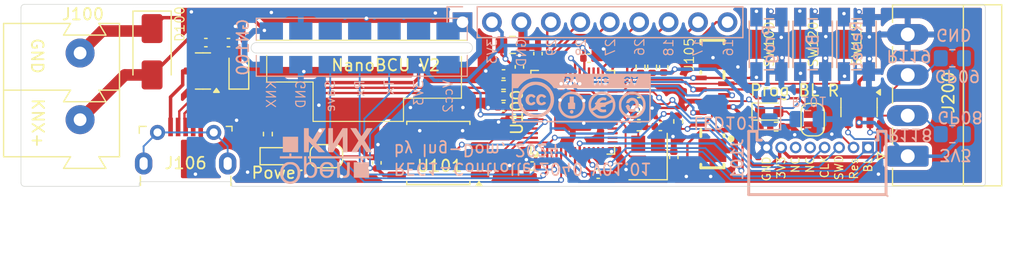
<source format=kicad_pcb>
(kicad_pcb (version 20240108) (generator "pcbnew") (generator_version "8.0")
  (title_block (date "2024-12-30") (rev "V01.01"))
  (layers (0 "F.Cu" signal) (31 "B.Cu" signal) (34 "B.Paste" user) (35 "F.Paste" user) (36 "B.SilkS" user "B.Silkscreen") (37 "F.SilkS" user "F.Silkscreen") (38 "B.Mask" user) (39 "F.Mask" user) (44 "Edge.Cuts" user))
  (net 0 "")
  (net 1 "GND")
  (net 2 "+3V3")
  (net 3 "KNX+")
  (net 4 "D+")
  (net 5 "D-")
  (net 6 "SWCLK")
  (net 7 "SWDIO")
  (net 8 "+12V")
  (net 9 "/Controller/XIN")
  (net 10 "RUN")
  (net 11 "+1V1")
  (net 12 "/Controller/QSPI_SS")
  (net 13 "BOOTSEL")
  (net 14 "/Controller/XOUT")
  (net 15 "/Controller/QSPI_SD3")
  (net 16 "/Controller/QSPI_SCLK")
  (net 17 "/Controller/QSPI_SD0")
  (net 18 "/Controller/QSPI_SD2")
  (net 19 "/Controller/QSPI_SD1")
  (net 20 "/Controller/GPIO11")
  (net 21 "/Controller/GPIO10")
  (net 22 "/Controller/GPIO4")
  (net 23 "KNX_Tx")
  (net 24 "KNX_Rx")
  (net 25 "GPIO07")
  (net 26 "GPIO20")
  (net 27 "GPIO19")
  (net 28 "GPIO18")
  (net 29 "GPIO25")
  (net 30 "GPIO24")
  (net 31 "GPIO23")
  (net 32 "GPIO22")
  (net 33 "GPIO21")
  (net 34 "GPIO17")
  (net 35 "GPIO16")
  (net 36 "GPIO15")
  (net 37 "GPIO29")
  (net 38 "GPIO28")
  (net 39 "GPIO27")
  (net 40 "GPIO26")
  (net 41 "GPIO14")
  (net 42 "GPIO13")
  (net 43 "GPIO12")
  (net 44 "Net-(C101-Pad1)")
  (net 45 "/Controller/GPIO5")
  (net 46 "V_USB")
  (net 47 "Net-(U100-RUN)")
  (net 48 "Net-(D150-A)")
  (net 49 "GPIO08")
  (net 50 "GPIO09")
  (net 51 "GPIO6")
  (net 53 "unconnected-(J106-Shield-Pad6)")
  (net 54 "Net-(LED100-K)")
  (net 55 "/Controller/D1+")
  (net 56 "/Controller/D1-")
  (net 59 "KNX_SAVE")
  (net 62 "/Controller/GPIO2")
  (net 63 "Net-(LED101-K)")
  (net 64 "Net-(LED110-K)")
  (net 65 "Net-(JP100-B)")
  (net 66 "Net-(JP110-B)")
  (footprint "Capacitor_SMD:C_0402_1005Metric" (layer "F.Cu") (at 81.906543 156.075 90)
    (property "Reference" "C103")
    (property "Value" "100n")
  )
  (footprint "Package_SO:SOIC-8_5.23x5.23mm_P1.27mm" (layer "F.Cu") (at 87.206543 155.225 180)
    (property "Reference" "U101")
    (property "Value" "W25Q128JVS")
  )
  (footprint "Diode_SMD:D_SMA" (layer "F.Cu") (at 62.51 146.49 -90)
    (property "Reference" "D100")
    (property "Value" "SMAJ40CA")
  )
  (footprint "OpenKNX:KNX_Connector" (layer "F.Cu") (at 56.7 149.8)
    (property "Reference" "J100")
    (property "Value" "KNX_Conn")
  )
  (footprint "Capacitor_SMD:C_0402_1005Metric" (layer "F.Cu") (at 107.52 155.5925 90)
    (property "Reference" "C102")
    (property "Value" "33p")
  )
  (footprint "Capacitor_SMD:C_0402_1005Metric" (layer "F.Cu") (at 106.36 152.9325)
    (property "Reference" "C101")
    (property "Value" "33p")
  )
  (footprint "Capacitor_SMD:C_0402_1005Metric" (layer "F.Cu") (at 106.65 147.8 90)
    (property "Reference" "C105")
    (property "Value" "220pF")
  )
  (footprint "Capacitor_SMD:C_0402_1005Metric" (layer "F.Cu") (at 93.75 152.25 180)
    (property "Reference" "C132")
    (property "Value" "100n")
  )
  (footprint "Crystal:Crystal_SMD_3225-4Pin_3.2x2.5mm" (layer "F.Cu") (at 105.3 155.5325 90)
    (property "Reference" "Y100")
    (property "Value" "12MHz")
  )
  (footprint "Capacitor_SMD:C_0402_1005Metric" (layer "F.Cu") (at 104.51 150.8)
    (property "Reference" "C131")
    (property "Value" "100n")
  )
  (footprint "Capacitor_SMD:C_0402_1005Metric" (layer "F.Cu") (at 92.83 148.4 180)
    (property "Reference" "C130")
    (property "Value" "1u")
  )
  (footprint "Capacitor_SMD:C_0402_1005Metric" (layer "F.Cu") (at 100.2 147.05)
    (property "Reference" "C112")
    (property "Value" "100n")
  )
  (footprint "Capacitor_SMD:C_0402_1005Metric" (layer "F.Cu") (at 94.2 147.8 90)
    (property "Reference" "C120")
    (property "Value" "1u")
  )
  (footprint "Capacitor_SMD:C_0402_1005Metric" (layer "F.Cu") (at 95.8 146.65 90)
    (property "Reference" "C111")
    (property "Value" "100n")
  )
  (footprint "Resistor_SMD:R_0402_1005Metric" (layer "F.Cu") (at 92.83 150.3)
    (property "Reference" "R107")
    (property "Value" "22")
  )
  (footprint "Capacitor_SMD:C_0402_1005Metric" (layer "F.Cu") (at 104.51 151.9825)
    (property "Reference" "C113")
    (property "Value" "100n")
  )
  (footprint "Resistor_SMD:R_0402_1005Metric" (layer "F.Cu") (at 105.65 147.8 -90)
    (property "Reference" "R105")
    (property "Value" "2k2")
  )
  (footprint "Capacitor_SMD:C_0402_1005Metric" (layer "F.Cu") (at 92.83 151.25 180)
    (property "Reference" "C110")
    (property "Value" "100n")
  )
  (footprint "Capacitor_SMD:C_0402_1005Metric" (layer "F.Cu") (at 95.3 156.35 180)
    (property "Reference" "C115")
    (property "Value" "100n")
  )
  (footprint "Resistor_SMD:R_0402_1005Metric" (layer "F.Cu") (at 104.51 152.9325)
    (property "Reference" "R102")
    (property "Value" "1k")
  )
  (footprint "Resistor_SMD:R_0402_1005Metric" (layer "F.Cu") (at 92.83 149.35)
    (property "Reference" "R108")
    (property "Value" "22")
  )
  (footprint "OpenKNX:RP2040-QFN-56_noThermalVias" (layer "F.Cu") (at 98.8 151.7125 90)
    (property "Reference" "U100")
    (property "Value" "RP2040")
  )
  (footprint "Resistor_SMD:R_0402_1005Metric" (layer "F.Cu") (at 107.9 152.5 -90)
    (property "Reference" "R103")
    (property "Value" "1k")
  )
  (footprint "Resistor_SMD:R_0402_1005Metric" (layer "F.Cu") (at 104.65 147.8 -90)
    (property "Reference" "R106")
    (property "Value" "220")
  )
  (footprint "OpenKNX:USB_Micro-B_JING_C10418" (layer "F.Cu") (at 65.405 154.73 180)
    (property "Reference" "J106")
    (property "Value" "USB_B_Micro")
  )
  (footprint "Capacitor_SMD:C_0402_1005Metric" (layer "F.Cu") (at 69.1 145.7 180)
    (property "Reference" "C151")
    (property "Value" "1u")
  )
  (footprint "Capacitor_SMD:C_0402_1005Metric" (layer "F.Cu") (at 67.15 145.7)
    (property "Reference" "C150")
    (property "Value" "1u")
  )
  (footprint "Package_TO_SOT_SMD:SOT-23" (layer "F.Cu") (at 66.9 148.15 180)
    (property "Reference" "U150")
    (property "Value" "LDO_3V3_SOT23-3")
  )
  (footprint "Connector_Phoenix_MC:PhoenixContact_MC_1,5_4-G-3.5_1x04_P3.50mm_Horizontal" (layer "F.Cu") (at 127.7 155.5 90)
    (property "Reference" "J200")
    (property "Value" "IO_Conn")
  )
  (footprint "Capacitor_SMD:C_0805_2012Metric" (layer "F.Cu") (at 93.6 145.9)
    (property "Reference" "C109")
    (property "Value" "10u")
  )
  (footprint "Capacitor_SMD:C_0402_1005Metric" (layer "F.Cu") (at 101 157.05)
    (property "Reference" "C114")
    (property "Value" "100n")
  )
  (footprint "Package_TO_SOT_SMD:SOT-23-6" (layer "F.Cu") (at 123.5 151.2875 -90)
    (property "Reference" "U102")
    (property "Value" "USBLC6-2SC6")
  )
  (footprint "Diode_SMD:D_SOD-323" (layer "F.Cu") (at 70 148.1 90)
    (property "Reference" "D150")
    (property "Value" "1N5819")
  )
  (footprint "Diode_SMD:D_0603_1608Metric" (layer "F.Cu") (at 73.3125 155.5)
    (property "Reference" "LED110")
    (property "Value" "Power")
  )
  (footprint "Jumper:SolderJumper-2_P1.3mm_Open_RoundedPad1.0x1.5mm" (layer "F.Cu") (at 119.5 152.35 -90)
    (property "Reference" "JP100")
    (property "Value" "Act. Prog-LED")
  )
  (footprint "Diode_SMD:D_0603_1608Metric" (layer "F.Cu") (at 115.75 151.65)
    (property "Reference" "LED100")
    (property "Value" "Prog")
  )
  (footprint "EasyEDAModLib:C455282_SW-SMD_4P-L4.2-W3.3-P2.15-LS5.1_Handsolder" (layer "F.Cu") (at 115.725 145.85 90)
    (property "Reference" "SW100")
    (property "Value" "Prog")
  )
  (footprint "EasyEDAModLib:CONN-TH-10P_AFC11-S10ICC-00" (layer "F.Cu") (at 110.85 151 90)
    (property "Reference" "J105")
    (property "Value" "Frontpanel" (hide yes))
  )
  (footprint "Resistor_SMD:R_0402_1005Metric" (layer "F.Cu") (at 116.35 152.95 180)
    (property "Reference" "R100")
    (property "Value" "2k2")
  )
  (footprint "EasyEDAModLib:C455282_SW-SMD_4P-L4.2-W3.3-P2.15-LS5.1_Handsolder" (layer "F.Cu") (at 123.275 145.85 90)
    (property "Reference" "SW110")
    (property "Value" "Reset")
  )
  (footprint "Jumper:SolderJumper-2_P1.3mm_Open_RoundedPad1.0x1.5mm" (layer "F.Cu") (at 77.55 155.5 180)
    (property "Reference" "JP110")
    (property "Value" "Act. PWR-LED")
  )
  (footprint "EasyEDAModLib:C455282_SW-SMD_4P-L4.2-W3.3-P2.15-LS5.1_Handsolder" (layer "F.Cu") (at 119.5 145.85 90)
    (property "Reference" "SW120")
    (property "Value" "BL")
  )
  (footprint "Resistor_SMD:R_0402_1005Metric" (layer "F.Cu") (at 72.5 153.59 -90)
    (property "Reference" "R110")
    (property "Value" "4k7")
  )
  (footprint "Connector_PinHeader_2.54mm:PinHeader_1x10_P2.54mm_Vertical" (layer "B.Cu") (at 89.29 143.94 -90)
    (property "Reference" "J107")
    (property "Value" "App_Conn")
  )
  (footprint "EasyEDALib:CONN-TH_1.25-8AW_reversed" (layer "B.Cu") (at 119.904968 154.75 180)
    (property "Reference" "J101")
    (property "Value" "Prog_Conn")
  )
  (footprint "OpenKNX:OpenKNX_Logo_10x10" (layer "B.Cu") (at 77.55 155.5)
    (property "Reference" "G2")
    (property "Value" "LOGO" (hide yes))
  )
  (footprint "Resistor_SMD:R_0805_2012Metric_Pad1.20x1.40mm_HandSolder" (layer "B.Cu") (at 131.55 147.05 180)
    (property "Reference" "R119")
    (property "Value" "R")
  )
  (footprint "OpenKNX:CC-BY-NY-SA_12x4" (layer "B.Cu") (at 99.52 150.5)
    (property "Reference" "G1")
    (property "Value" "LOGO" (hide yes))
  )
  (footprint "Resistor_SMD:R_0805_2012Metric_Pad1.20x1.40mm_HandSolder" (layer "B.Cu") (at 119.1 152.3 180)
    (property "Reference" "R101")
    (property "Value" "2k2")
  )
  (footprint "Resistor_SMD:R_0805_2012Metric_Pad1.20x1.40mm_HandSolder" (layer "B.Cu") (at 131.55 153.6 180)
    (property "Reference" "R118")
    (property "Value" "R")
  )
  (footprint "EasyEDAModLib:C455282_SW-SMD_4P-L4.2-W3.3-P2.15-LS5.1_Handsolder" (layer "B.Cu") (at 123.275 145.85 -90)
    (property "Reference" "SW111")
    (property "Value" "Reset")
  )
  (footprint "EasyEDAModLib:C455282_SW-SMD_4P-L4.2-W3.3-P2.15-LS5.1_Handsolder" (layer "B.Cu") (at 115.725 145.85 -90)
    (property "Reference" "SW101")
    (property "Value" "Prog")
  )
  (footprint "EasyEDAModLib:C455282_SW-SMD_4P-L4.2-W3.3-P2.15-LS5.1_Handsolder" (layer "B.Cu") (at 119.5 145.85 -90)
    (property "Reference" "SW121")
    (property "Value" "BL")
  )
  (footprint "OpenKNX:NanoBCU2_Vertical_Slot_double" (layer "B.Cu") (at 72.8 147.6 -90)
    (property "Reference" "GN100")
    (property "Value" "OpenKNX NanoBCU")
    (fp_line (start -1.9 -16.9) (end -1.9 1.3) (stroke (width 0.05)) (layer "Edge.Cuts"))
    (fp_line (start -1 -16.9) (end -1 1.3) (stroke (width 0.05)) (layer "Edge.Cuts"))
    (fp_arc (start -1 1.3) (mid -1.45 1.75) (end -1.9 1.3) (stroke (width 0.05)) (layer "Edge.Cuts"))
    (fp_arc (start -1.9 -16.9) (mid -1.45 -17.35) (end -1 -16.9) (stroke (width 0.05)) (layer "Edge.Cuts"))
  )
  (footprint "Diode_SMD:D_0805_2012Metric_Pad1.15x1.40mm_HandSolder" (layer "B.Cu") (at 115.775 151.35 90)
    (property "Reference" "LED101")
    (property "Value" "Prog")
  )
  (gr_circle (center 95.58 155.3325) (end 95.73 155.3325) (stroke (width 0.3)) (fill none) (layer "F.SilkS"))
  (gr_line (start 51.5 158.1) (end 61.4 158.1) (stroke (width 0.05)) (layer "Edge.Cuts"))
  (gr_line (start 134.1 142.4) (end 51.5 142.4) (stroke (width 0.05)) (layer "Edge.Cuts"))
  (gr_line (start 69.4 158.1) (end 134.1 158.1) (stroke (width 0.05)) (layer "Edge.Cuts"))
  (gr_arc (start 69.2 157.7) (mid 69.341421 157.758579) (end 69.4 157.9) (stroke (width 0.05)) (layer "Edge.Cuts"))
  (gr_line (start 61.6 157.7) (end 69.2 157.7) (stroke (width 0.05)) (layer "Edge.Cuts"))
  (gr_line (start 51.2 142.7) (end 51.2 157.8) (stroke (width 0.05)) (layer "Edge.Cuts"))
  (gr_arc (start 134.1 142.4) (mid 134.312132 142.487868) (end 134.4 142.7) (stroke (width 0.05)) (layer "Edge.Cuts"))
  (gr_arc (start 51.5 158.1) (mid 51.287868 158.012132) (end 51.2 157.8) (stroke (width 0.05)) (layer "Edge.Cuts"))
  (gr_arc (start 134.4 157.8) (mid 134.312132 158.012132) (end 134.1 158.1) (stroke (width 0.05)) (layer "Edge.Cuts"))
  (gr_arc (start 61.4 157.9) (mid 61.458579 157.758579) (end 61.6 157.7) (stroke (width 0.05)) (layer "Edge.Cuts"))
  (gr_line (start 134.4 157.8) (end 134.4 142.7) (stroke (width 0.05)) (layer "Edge.Cuts"))
  (gr_line (start 61.4 157.9) (end 61.4 158.1) (stroke (width 0.05)) (layer "Edge.Cuts"))
  (gr_arc (start 51.2 142.7) (mid 51.287868 142.487868) (end 51.5 142.4) (stroke (width 0.05)) (layer "Edge.Cuts"))
  (gr_line (start 69.4 157.9) (end 69.4 158.1) (stroke (width 0.05)) (layer "Edge.Cuts"))
  (gr_text "GP09" (at 129.93 148.58 180) (layer "B.SilkS") (effects (font (size 1 1)) (justify left mirror)))
  (gr_text "GP08" (at 130.16 152.136 180) (layer "B.SilkS") (effects (font (size 1 1)) (justify left mirror)))
  (gr_text "3V3" (at 130.35 155.4 180) (layer "B.SilkS") (effects (font (size 1 1)) (justify left mirror)))
  (gr_text "GND" (at 94.37 145.29 90) (layer "B.SilkS") (effects (font (size 0.8 0.8) (thickness 0.1)) (justify left mirror)))
  (gr_text "3V3" (at 91.84 145.28 90) (layer "B.SilkS") (effects (font (size 0.8 0.8) (thickness 0.1)) (justify left mirror)))
  (gr_text "29" (at 96.96 145.28 90) (layer "B.SilkS") (effects (font (size 0.8 0.8) (thickness 0.1)) (justify left mirror)))
  (gr_text "28" (at 99.52 145.29 90) (layer "B.SilkS") (effects (font (size 0.8 0.8) (thickness 0.1)) (justify left mirror)))
  (gr_text "27" (at 102.05 145.28 90) (layer "B.SilkS") (effects (font (size 0.8 0.8) (thickness 0.1)) (justify left mirror)))
  (gr_text "26" (at 104.57 145.26 90) (layer "B.SilkS") (effects (font (size 0.8 0.8) (thickness 0.1)) (justify left mirror)))
  (gr_text "18" (at 107.075 145.3 90) (layer "B.SilkS") (effects (font (size 0.8 0.8) (thickness 0.1)) (justify left mirror)))
  (gr_text "17" (at 109.6 145.3 90) (layer "B.SilkS") (effects (font (size 0.8 0.8) (thickness 0.1)) (justify left mirror)))
  (gr_text "16" (at 112.225 145.3 90) (layer "B.SilkS") (effects (font (size 0.8 0.8) (thickness 0.1)) (justify left mirror)))
  (gr_text "GND" (at 130.05 145.024 180) (layer "B.SilkS") (effects (font (size 1 1)) (justify left mirror)))
  (gr_text "REG1-Controller2040 V01.01\nby Ing-Dom, 2024" (at 83.26 155.78 180) (layer "B.SilkS") (effects (font (size 1 1)) (justify left mirror)))
  (gr_text "GND" (at 115.52 155.46 90) (layer "F.SilkS") (effects (font (size 0.7 0.7) (thickness 0.1)) (justify right)))
  (gr_text "3V3" (at 116.78 155.46 90) (layer "F.SilkS") (effects (font (size 0.7 0.7) (thickness 0.1)) (justify right)))
  (gr_text "NC" (at 118.01 155.46 90) (layer "F.SilkS") (effects (font (size 0.7 0.7) (thickness 0.1)) (justify right)))
  (gr_text "NC" (at 119.27 155.46 90) (layer "F.SilkS") (effects (font (size 0.7 0.7) (thickness 0.1)) (justify right)))
  (gr_text "CLK" (at 120.53 155.36 90) (layer "F.SilkS") (effects (font (size 0.7 0.7) (thickness 0.1)) (justify right)))
  (gr_text "BL" (at 124.28 155.56 90) (layer "F.SilkS") (effects (font (size 0.7 0.7) (thickness 0.1)) (justify right)))
  (gr_text "Res" (at 123.06 155.57 90) (layer "F.SilkS") (effects (font (size 0.7 0.7) (thickness 0.1)) (justify right)))
  (gr_text "SWD" (at 121.77 155.33 90) (layer "F.SilkS") (effects (font (size 0.7 0.7) (thickness 0.1)) (justify right)))
  (gr_text "Prog" (at 114 150.4 0) (layer "F.SilkS") (effects (font (size 1 1)) (justify left bottom)))
  (gr_text "R" (at 120.7 150.43 0) (layer "F.SilkS") (effects (font (size 1 1)) (justify left bottom)))
  (gr_text "BL" (at 118.17 150.4 0) (layer "F.SilkS") (effects (font (size 1 1)) (justify left bottom)))
  (segment (start 106.83 155.1125) (end 106.15 154.4325) (width 0.2) (layer "F.Cu") (net 1))
  (segment (start 94.15 146.8) (end 94.15 146.8) (width 0.3) (layer "F.Cu") (net 1))
  (segment (start 95.8 146.17) (end 94.82 146.17) (width 0.3) (layer "F.Cu") (net 1))
  (segment (start 94.2 146.8) (end 94.15 146.8) (width 0.3) (layer "F.Cu") (net 1))
  (segment (start 105.9 151.58) (end 105.9 151.34) (width 0.2) (layer "F.Cu") (net 1))
  (segment (start 92.7 152.25) (end 92.4 152.55) (width 0.2) (layer "F.Cu") (net 1))
  (segment (start 105.66 151.34) (end 105.65 151.35) (width 0.2) (layer "F.Cu") (net 1))
  (segment (start 101.3 152.7125) (end 99.8 152.7125) (width 0.2) (layer "F.Cu") (net 1))
  (segment (start 92.3 151.3) (end 92.35 151.25) (width 0.2) (layer "F.Cu") (net 1))
  (segment (start 105.1 150.8) (end 105.65 151.35) (width 0.2) (layer "F.Cu") (net 1))
  (segment (start 107.45 153.8) (end 106.7825 153.8) (width 0.2) (layer "F.Cu") (net 1))
  (segment (start 99.75 152.65) (end 99.7375 152.65) (width 0.2) (layer "F.Cu") (net 1))
  (segment (start 106.84 152.9325) (end 106.84 153.7425) (width 0.2) (layer "F.Cu") (net 1))
  (segment (start 105.89 151.59) (end 105.9 151.58) (width 0.2) (layer "F.Cu") (net 1))
  (segment (start 94.15 146.8) (end 94.2 146.75) (width 0.3) (layer "F.Cu") (net 1))
  (segment (start 109.65 150.75) (end 109.15 150.75) (width 0.2) (layer "F.Cu") (net 1))
  (segment (start 101.3 152.7125) (end 101.1625 152.7125) (width 0.2) (layer "F.Cu") (net 1))
  (segment (start 123.5 150.15) (end 123.5 149.05) (width 0.3) (layer "F.Cu") (net 1))
  (segment (start 106.84 153.7425) (end 106.15 154.4325) (width 0.2) (layer "F.Cu") (net 1))
  (segment (start 105.89 151.59) (end 105.89 151.9825) (width 0.2) (layer "F.Cu") (net 1))
  (segment (start 94.82 155.82) (end 94.8 155.8) (width 0.3) (layer "F.Cu") (net 1))
  (segment (start 67.63 145.7) (end 68.62 145.7) (width 0.3) (layer "F.Cu") (net 1))
  (segment (start 123.5 149.05) (end 124.35 148.2) (width 0.3) (layer "F.Cu") (net 1))
  (segment (start 102.2375 152.7125) (end 101.3 152.7125) (width 0.2) (layer "F.Cu") (net 1))
  (segment (start 104.99 151.9825) (end 105.89 151.9825) (width 0.2) (layer "F.Cu") (net 1))
  (segment (start 105.65 151.35) (end 105.89 151.59) (width 0.2) (layer "F.Cu") (net 1))
  (segment (start 99.7375 152.65) (end 98.8 151.7125) (width 0.2) (layer "F.Cu") (net 1))
  (segment (start 91.5 151.3) (end 92.3 151.3) (width 0.2) (layer "F.Cu") (net 1))
  (segment (start 63.45 143.55) (end 62.51 144.49) (width 0.3) (layer "F.Cu") (net 1))
  (segment (start 62.3 144.7) (end 62.51 144.49) (width 1) (layer "F.Cu") (net 1))
  (segment (start 94.2 146.75) (end 94.2 146.25) (width 0.3) (layer "F.Cu") (net 1))
  (segment (start 99.8 152.7125) (end 99.75 152.6625) (width 0.2) (layer "F.Cu") (net 1))
  (segment (start 94.82 156.35) (end 94.82 155.82) (width 0.3) (layer "F.Cu") (net 1))
  (segment (start 94.2 146.85) (end 94.2 146.8) (width 0.3) (layer "F.Cu") (net 1))
  (segment (start 93.27 152.25) (end 92.7 152.25) (width 0.2) (layer "F.Cu") (net 1))
  (segment (start 62.51 144.49) (end 62.52 144.5) (width 0.3) (layer "F.Cu") (net 1))
  (segment (start 109.65 150.75) (end 109.66 150.76) (width 0.2) (layer "F.Cu") (net 1))
  (segment (start 109.15 150.75) (end 108.56 151.34) (width 0.2) (layer "F.Cu") (net 1))
  (segment (start 94.82 146.17) (end 94.55 145.9) (width 0.3) (layer "F.Cu") (net 1))
  (segment (start 94.2 146.25) (end 94.55 145.9) (width 0.3) (layer "F.Cu") (net 1))
  (segment (start 104.99 150.8) (end 105.1 150.8) (width 0.2) (layer "F.Cu") (net 1))
  (segment (start 65.15 143.55) (end 63.45 143.55) (width 0.3) (layer "F.Cu") (net 1))
  (segment (start 105.9 151.34) (end 105.66 151.34) (width 0.2) (layer "F.Cu") (net 1))
  (segment (start 100.68 147.02) (end 101.45 146.25) (width 0.3) (layer "F.Cu") (net 1))
  (segment (start 107.52 155.1125) (end 106.83 155.1125) (width 0.2) (layer "F.Cu") (net 1))
  (segment (start 108.56 151.34) (end 105.9 151.34) (width 0.2) (layer "F.Cu") (net 1))
  (segment (start 56.3 146.6) (end 58.2 144.7) (width 1) (layer "F.Cu") (net 1))
  (segment (start 99.75 152.6625) (end 99.75 152.65) (width 0.2) (layer "F.Cu") (net 1))
  (segment (start 58.2 144.7) (end 62.3 144.7) (width 1) (layer "F.Cu") (net 1))
  (segment (start 100.68 147.05) (end 100.68 147.02) (width 0.3) (layer "F.Cu") (net 1))
  (segment (start 94.2 147.32) (end 94.2 146.85) (width 0.3) (layer "F.Cu") (net 1))
  (segment (start 105.89 151.9825) (end 106.84 152.9325) (width 0.2) (layer "F.Cu") (net 1))
  (segment (start 94.2 146.85) (end 94.2 146.85) (width 0.3) (layer "F.Cu") (net 1))
  (segment (start 106.7825 153.8) (end 106.15 154.4325) (width 0.2) (layer "F.Cu") (net 1))
  (via (at 105.65 151.35) (size 0.5) (drill 0.3) (layers "F.Cu" "B.Cu") (net 1))
  (via (at 86.95 143.15) (size 0.5) (drill 0.3) (layers "F.Cu" "B.Cu") (net 1))
  (via (at 124.39 145.21) (size 0.5) (drill 0.3) (layers "F.Cu" "B.Cu") (net 1))
  (via (at 72.8 143.1) (size 0.5) (drill 0.3) (layers "F.Cu" "B.Cu") (net 1))
  (via (at 116.85 147) (size 0.5) (drill 0.3) (layers "F.Cu" "B.Cu") (net 1))
  (via (at 97.7 150.65) (size 0.5) (drill 0.3) (layers "F.Cu" "B.Cu") (net 1))
  (via (at 91.3 148.15) (size 0.5) (drill 0.3) (layers "F.Cu" "B.Cu") (net 1))
  (via (at 110.9 147) (size 0.5) (drill 0.3) (layers "F.Cu" "B.Cu") (net 1))
  (via (at 93.35 156.3) (size 0.5) (drill 0.3) (layers "F.Cu" "B.Cu") (net 1))
  (via (at 92.4 152.55) (size 0.5) (drill 0.3) (layers "F.Cu" "B.Cu") (net 1))
  (via (at 113.05 147.8) (size 0.5) (drill 0.3) (layers "F.Cu" "B.Cu") (net 1))
  (via (at 108.6 157.25) (size 0.5) (drill 0.3) (layers "F.Cu" "B.Cu") (net 1))
  (via (at 94.2 146.8) (size 0.5) (drill 0.3) (layers "F.Cu" "B.Cu") (net 1))
  (via (at 91.5 151.3) (size 0.5) (drill 0.3) (layers "F.Cu" "B.Cu") (net 1))
  (via (at 81 143.6) (size 0.5) (drill 0.3) (layers "F.Cu" "B.Cu") (net 1))
  (via (at 110.7 157.25) (size 0.5) (drill 0.3) (layers "F.Cu" "B.Cu") (net 1))
  (via (at 78.85 157.25) (size 0.5) (drill 0.3) (layers "F.Cu" "B.Cu") (net 1))
  (via (at 65.9 143.05) (size 0.5) (drill 0.3) (layers "F.Cu" "B.Cu") (net 1))
  (via (at 107.45 153.8) (size 0.5) (drill 0.3) (layers "F.Cu" "B.Cu") (net 1))
  (via (at 75.8 157.2) (size 0.5) (drill 0.3) (layers "F.Cu" "B.Cu") (net 1))
  (via (at 84.8 151.3) (size 0.5) (drill 0.3) (layers "F.Cu" "B.Cu") (net 1))
  (via (at 70.75 156.875) (size 0.5) (drill 0.3) (layers "F.Cu" "B.Cu") (net 1))
  (via (at 101.45 146.25) (size 0.5) (drill 0.3) (layers "F.Cu" "B.Cu") (net 1))
  (via (at 119.7 143) (size 0.5) (drill 0.3) (layers "F.Cu" "B.Cu") (net 1))
  (via (at 99.75 152.65) (size 0.5) (drill 0.3) (layers "F.Cu" "B.Cu") (net 1))
  (via (at 77 153.3) (size 0.5) (drill 0.3) (layers "F.Cu" "B.Cu") (net 1))
  (via (at 121.15 153.6) (size 0.5) (drill 0.3) (layers "F.Cu" "B.Cu") (net 1))
  (via (at 115.9 143) (size 0.5) (drill 0.3) (layers "F.Cu" "B.Cu") (net 1))
  (via (at 116.79 145.25) (size 0.5) (drill 0.3) (layers "F.Cu" "B.Cu") (net 1))
  (via (at 94.8 155.8) (size 0.5) (drill 0.3) (layers "F.Cu" "B.Cu") (net 1))
  (via (at 120.63 145.18) (size 0.5) (drill 0.3) (layers "F.Cu" "B.Cu") (net 1))
  (via (at 66.25 157.05) (size 0.5) (drill 0.3) (layers "F.Cu" "B.Cu") (net 1))
  (via (at 102.15 155.1) (size 0.5) (drill 0.3) (layers "F.Cu" "B.Cu") (net 1))
  (via (at 75.6 148.2) (size 0.5) (drill 0.3) (layers "F.Cu" "B.Cu") (net 1))
  (via (at 119.65 149.95) (size 0.5) (drill 0.3) (layers "F.Cu" "B.Cu") (net 1))
  (via (at 82 154.5) (size 0.5) (drill 0.3) (layers "F.Cu" "B.Cu") (net 1))
  (via (at 85.6 153.3) (size 0.5) (drill 0.3) (layers "F.Cu" "B.Cu") (net 1))
  (via (at 123.5 143.05) (size 0.5) (drill 0.3) (layers "F.Cu" "B.Cu") (net 1))
  (via (at 120.6 147.05) (size 0.5) (drill 0.3) (layers "F.Cu" "B.Cu") (net 1))
  (via (at 117.95 153.65) (size 0.5) (drill 0.3) (layers "F.Cu" "B.Cu") (net 1))
  (via (at 76.9 151.1) (size 0.5) (drill 0.3) (layers "F.Cu" "B.Cu") (net 1))
  (via (at 89.3 153.3) (size 0.5) (drill 0.3) (layers "F.Cu" "B.Cu") (net 1))
  (via (at 124.4 147.1) (size 0.5) (drill 0.3) (layers "F.Cu" "B.Cu") (net 1))
  (via (at 69.7 144.3) (size 0.5) (drill 0.3) (layers "F.Cu" "B.Cu") (net 1))
  (via (at 89.325 151.3) (size 0.5) (drill 0.3) (layers "F.Cu" "B.Cu") (net 1))
  (via (at 69.8 152.4) (size 0.5) (drill 0.3) (layers "F.Cu" "B.Cu") (net 1))
  (via (at 125.175 157.05) (size 0.5) (drill 0.3) (layers "F.Cu" "B.Cu") (net 1))
  (via (at 99.75 150.7) (size 0.5) (drill 0.3) (layers "F.Cu" "B.Cu") (net 1))
  (via (at 103.4 156.65) (size 0.5) (drill 0.3) (layers "F.Cu" "B.Cu") (net 1))
  (segment (start 97.45 155.8) (end 99.325 157.675) (width 0.25) (layer "B.Cu") (net 1))
  (segment (start 101.45 146.25) (end 100.5 145.3) (width 0.3) (layer "B.Cu") (net 1))
  (segment (start 100.5 145.3) (end 94.75 145.3) (width 0.3) (layer "B.Cu") (net 1))
  (segment (start 94.75 144.32) (end 94.37 143.94) (width 0.3) (layer "B.Cu") (net 1))
  (segment (start 99.325 157.675) (end 102.375 157.675) (width 0.25) (layer "B.Cu") (net 1))
  (segment (start 94.75 145.3) (end 94.75 144.32) (width 0.3) (layer "B.Cu") (net 1))
  (segment (start 102.375 157.675) (end 103.4 156.65) (width 0.25) (layer "B.Cu") (net 1))
  (segment (start 94.8 155.8) (end 97.45 155.8) (width 0.25) (layer "B.Cu") (net 1))
  (segment (start 103.56 151.5125) (end 102.2375 151.5125) (width 0.2) (layer "F.Cu") (net 2))
  (segment (start 105.65 148.31) (end 106.62 148.31) (width 0.3) (layer "F.Cu") (net 2))
  (segment (start 85.65 147.7) (end 85.65 147.65) (width 0.3) (layer "F.Cu") (net 2))
  (segment (start 81.906543 156.555) (end 81.556543 156.555) (width 0.3) (layer "F.Cu") (net 2))
  (segment (start 114.1 152.7) (end 114.1 155.95) (width 0.3) (layer "F.Cu") (net 2))
  (segment (start 107.65 148) (end 107.65 148) (width 0.3) (layer "F.Cu") (net 2))
  (segment (start 92.6 145.95) (end 92.65 145.9) (width 0.3) (layer "F.Cu") (net 2))
  (segment (start 81.306543 156.525) (end 81.256543 156.475) (width 0.3) (layer "F.Cu") (net 2))
  (segment (start 99.8 156.33) (end 100.52 157.05) (width 0.2) (layer "F.Cu") (net 2))
  (segment (start 106.62 148.31) (end 106.65 148.28) (width 0.3) (layer "F.Cu") (net 2))
  (segment (start 99.65 146.2) (end 99.65 146.15) (width 0.2) (layer "F.Cu") (net 2))
  (segment (start 80.281543 155.5) (end 78.2 155.5) (width 0.16) (layer "F.Cu") (net 2))
  (segment (start 112.65 151.25) (end 114.1 152.7) (width 0.3) (layer "F.Cu") (net 2))
  (segment (start 92.65 146.73) (end 92.65 145.9) (width 0.2) (layer "F.Cu") (net 2))
  (segment (start 85.5 147.85) (end 85.65 147.7) (width 0.3) (layer "F.Cu") (net 2))
  (segment (start 94.2 148.28) (end 93.02 147.1) (width 0.2) (layer "F.Cu") (net 2))
  (segment (start 106.65 148.28) (end 106.67 148.3) (width 0.3) (layer "F.Cu") (net 2))
  (segment (start 126.83 155.57) (end 126.5 155.9) (width 0.3) (layer "F.Cu") (net 2))
  (segment (start 99.72 147.05) (end 99.8 147.13) (width 0.2) (layer "F.Cu") (net 2))
  (segment (start 107.3 148.3) (end 107.35 148.3) (width 0.3) (layer "F.Cu") (net 2))
  (segment (start 100.52 157.05) (end 99.85 157.05) (width 0.2) (layer "F.Cu") (net 2))
  (segment (start 99.72 146.27) (end 99.65 146.2) (width 0.2) (layer "F.Cu") (net 2))
  (segment (start 95.3625 151.5125) (end 93.5725 151.5125) (width 0.2) (layer "F.Cu") (net 2))
  (segment (start 99.8 155.15) (end 99.8 156.33) (width 0.2) (layer "F.Cu") (net 2))
  (segment (start 95.78 156.35) (end 95.6 156.17) (width 0.3) (layer "F.Cu") (net 2))
  (segment (start 70 149.15) (end 85.1 149.15) (width 0.3) (layer "F.Cu") (net 2))
  (segment (start 127.7 155.5) (end 127.63 155.57) (width 0.3) (layer "F.Cu") (net 2))
  (segment (start 96.2 148.275) (end 96.2 147.53) (width 0.2) (layer "F.Cu") (net 2))
  (segment (start 96.2 155.93) (end 95.78 156.35) (width 0.2) (layer "F.Cu") (net 2))
  (segment (start 93.02 147.1) (end 93 147.1) (width 0.2) (layer "F.Cu") (net 2))
  (segment (start 99.72 147.05) (end 99.72 146.27) (width 0.2) (layer "F.Cu") (net 2))
  (segment (start 95.6 156.17) (end 95.6 155.2) (width 0.3) (layer "F.Cu") (net 2))
  (segment (start 94.2 148.6) (end 94.2 148.28) (width 0.2) (layer "F.Cu") (net 2))
  (segment (start 99.6 146.15) (end 99.6 146.15) (width 0.2) (layer "F.Cu") (net 2))
  (segment (start 107.35 148.3) (end 107.6 148.05) (width 0.3) (layer "F.Cu") (net 2))
  (segment (start 93 147.08) (end 92.65 146.73) (width 0.2) (layer "F.Cu") (net 2))
  (segment (start 107.6 148.05) (end 107.6 148) (width 0.3) (layer "F.Cu") (net 2))
  (segment (start 85.65 147.65) (end 85.7 147.65) (width 0.3) (layer "F.Cu") (net 2))
  (segment (start 104.35 151.5) (end 104.35 151.6625) (width 0.2) (layer "F.Cu") (net 2))
  (segment (start 127.2 156) (end 127.7 155.5) (width 0.3) (layer "F.Cu") (net 2))
  (segment (start 95.3625 149.5125) (end 95.3625 149.1125) (width 0.2) (layer "F.Cu") (net 2))
  (segment (start 104.03 151.9825) (end 103.56 151.5125) (width 0.2) (layer "F.Cu") (net 2))
  (segment (start 114.1 155.95) (end 114.45 156.3) (width 0.3) (layer "F.Cu") (net 2))
  (segment (start 83.606543 157.13) (end 82.481543 157.13) (width 0.3) (layer "F.Cu") (net 2))
  (segment (start 107.6 148) (end 107.65 148) (width 0.3) (layer "F.Cu") (net 2))
  (segment (start 82.481543 157.13) (end 81.906543 156.555) (width 0.3) (layer "F.Cu") (net 2))
  (segment (start 93.31 151.25) (end 92.67 151.89) (width 0.2) (layer "F.Cu") (net 2))
  (segment (start 96.2 147.53) (end 95.8 147.13) (width 0.2) (layer "F.Cu") (net 2))
  (segment (start 95.3625 149.1125) (end 94.7125 149.1125) (width 0.2) (layer "F.Cu") (net 2))
  (segment (start 96.2 155.15) (end 96.2 155.93) (width 0.2) (layer "F.Cu") (net 2))
  (segment (start 94.65 148.28) (end 94.2 148.28) (width 0.2) (layer "F.Cu") (net 2))
  (segment (start 106.67 148.3) (end 107.3 148.3) (width 0.3) (layer "F.Cu") (net 2))
  (segment (start 114.45 156.3) (end 115.9 156.3) (width 0.3) (layer "F.Cu") (net 2))
  (segment (start 81.336543 156.555) (end 81.306543 156.525) (width 0.3) (layer "F.Cu") (net 2))
  (segment (start 104.35 151.6625) (end 104.03 151.9825) (width 0.2) (layer "F.Cu") (net 2))
  (segment (start 93.38 151.1125) (end 93.28 151.2125) (width 0.2) (layer "F.Cu") (net 2))
  (segment (start 95.8 147.13) (end 94.65 148.28) (width 0.2) (layer "F.Cu") (net 2))
  (segment (start 99.85 157.05) (end 99.8 157.1) (width 0.2) (layer "F.Cu") (net 2))
  (segment (start 94.7125 149.1125) (end 94.2 148.6) (width 0.2) (layer "F.Cu") (net 2))
  (segment (start 81.286543 156.505) (end 81.306543 156.525) (width 0.3) (layer "F.Cu") (net 2))
  (segment (start 99.8 147.13) (end 99.8 148.275) (width 0.2) (layer "F.Cu") (net 2))
  (segment (start 81.306543 156.525) (end 80.281543 155.5) (width 0.16) (layer "F.Cu") (net 2))
  (segment (start 85.1 149.15) (end 85.5 148.75) (width 0.3) (layer "F.Cu") (net 2))
  (segment (start 99.85 147.13) (end 99.8 147.18) (width 0.2) (layer "F.Cu") (net 2))
  (segment (start 99.65 146.15) (end 99.6 146.15) (width 0.2) (layer "F.Cu") (net 2))
  (segment (start 117.46 155.57) (end 116.65 154.76) (width 0.3) (layer "F.Cu") (net 2))
  (segment (start 93.5725 151.5125) (end 93.31 151.25) (width 0.2) (layer "F.Cu") (net 2))
  (segment (start 85.7 147.65) (end 85.65 147.7) (width 0.3) (layer "F.Cu") (net 2))
  (segment (start 93.4475 151.1125) (end 95.3625 151.1125) (width 0.2) (layer "F.Cu") (net 2))
  (segment (start 116.65 155.55) (end 116.65 154.76) (width 0.3) (layer "F.Cu") (net 2))
  (segment (start 93.31 151.25) (end 93.4475 151.1125) (width 0.2) (layer "F.Cu") (net 2))
  (segment (start 85.5 148.75) (end 85.5 147.85) (width 0.3) (layer "F.Cu") (net 2))
  (segment (start 92.67 151.89) (end 90.96 151.89) (width 0.2) (layer "F.Cu") (net 2))
  (segment (start 127.63 155.57) (end 117.46 155.57) (width 0.3) (layer "F.Cu") (net 2))
  (segment (start 115.9 156.3) (end 116.65 155.55) (width 0.3) (layer "F.Cu") (net 2))
  (segment (start 93 147.1) (end 93 147.08) (width 0.2) (layer "F.Cu") (net 2))
  (segment (start 95.6 155.2) (end 95.55 155.2) (width 0.3) (layer "F.Cu") (net 2))
  (segment (start 127.63 155.57) (end 126.83 155.57) (width 0.3) (layer "F.Cu") (net 2))
  (via (at 99.65 146.15) (size 0.5) (drill 0.3) (layers "F.Cu" "B.Cu") (net 2))
  (via (at 90.85 151.9) (size 0.5) (drill 0.3) (layers "F.Cu" "B.Cu") (net 2))
  (via (at 81.306543 156.525) (size 0.5) (drill 0.3) (layers "F.Cu" "B.Cu") (net 2))
  (via (at 85.65 147.65) (size 0.5) (drill 0.3) (layers "F.Cu" "B.Cu") (net 2))
  (via (at 123.5 152.6) (size 0.5) (drill 0.3) (layers "F.Cu" "B.Cu") (net 2))
  (via (at 104.35 151.5) (size 0.5) (drill 0.3) (layers "F.Cu" "B.Cu") (net 2))
  (via (at 107.6 148) (size 0.5) (drill 0.3) (layers "F.Cu" "B.Cu") (net 2))
  (via (at 99.8 157.1) (size 0.5) (drill 0.3) (layers "F.Cu" "B.Cu") (net 2))
  (via (at 112.65 151.25) (size 0.5) (drill 0.3) (layers "F.Cu" "B.Cu") (net 2))
  (via (at 95.55 155.2) (size 0.5) (drill 0.3) (layers "F.Cu" "B.Cu") (net 2))
  (via (at 93 147.1) (size 0.5) (drill 0.3) (layers "F.Cu" "B.Cu") (net 2))
  (segment (start 85.5 147.6) (end 86.85 148.95) (width 0.3) (layer "B.Cu") (net 2))
  (segment (start 93 146.4) (end 93 145.95) (width 0.3) (layer "B.Cu") (net 2))
  (segment (start 107.6 148) (end 107.27 148.33) (width 0.3) (layer "B.Cu") (net 2))
  (segment (start 91.83 143.94) (end 92.7 144.81) (width 0.3) (layer "B.Cu") (net 2))
  (segment (start 113.4 151) (end 113.15 151.25) (width 0.3) (layer "B.Cu") (net 2))
  (segment (start 130.65 155.5) (end 132.55 153.6) (width 0.3) (layer "B.Cu") (net 2))
  (segment (start 96.91 153.44) (end 95.55 154.8) (width 0.2) (layer "B.Cu") (net 2))
  (segment (start 127.7 155.5) (end 130.65 155.5) (width 0.3) (layer "B.Cu") (net 2))
  (segment (start 90.85 151.9) (end 90.85 150.09196) (width 0.2) (layer "B.Cu") (net 2))
  (segment (start 92.7 145.95) (end 93 145.95) (width 0.3) (layer "B.Cu") (net 2))
  (segment (start 95.55 154.8) (end 95.55 155.2) (width 0.2) (layer "B.Cu") (net 2))
  (segment (start 107.6 148) (end 111.1 148) (width 0.3) (layer "B.Cu") (net 2))
  (segment (start 91.45 147.20804) (end 90.55402 148.10402) (width 0.3) (layer "B.Cu") (net 2))
  (segment (start 97.8 155.2) (end 99.8 157.1) (width 0.2) (layer "B.Cu") (net 2))
  (segment (start 90.37902 148.27902) (end 90.55402 148.10402) (width 0.3) (layer "B.Cu") (net 2))
  (segment (start 92.7 145.95) (end 92.7 145.95804) (width 0.3) (layer "B.Cu") (net 2))
  (segment (start 113.4 150.3) (end 113.4 151) (width 0.3) (layer "B.Cu") (net 2))
  (segment (start 101.83 148.33) (end 99.65 146.15) (width 0.3) (layer "B.Cu") (net 2))
  (segment (start 96.471249 151.9) (end 90.85 151.9) (width 0.2) (layer "B.Cu") (net 2))
  (segment (start 93 146.4) (end 93 147.1) (width 0.3) (layer "B.Cu") (net 2))
  (segment (start 81.306543 153.593457) (end 85.5 149.4) (width 0.16) (layer "B.Cu") (net 2))
  (segment (start 90.55402 148.10402) (end 91.35804 147.3) (width 0.3) (layer "B.Cu") (net 2))
  (segment (start 90.85 150.09196) (end 89.70804 148.95) (width 0.2) (layer "B.Cu") (net 2))
  (segment (start 89.4 148.95) (end 89.70804 148.95) (width 0.3) (layer "B.Cu") (net 2))
  (segment (start 124.8 152.6) (end 127.7 155.5) (width 0.3) (layer "B.Cu") (net 2))
  (segment (start 96.91 153.1) (end 96.91 153.44) (width 0.2) (layer "B.Cu") (net 2))
  (segment (start 99.45 145.95) (end 99.65 146.15) (width 0.3) (layer "B.Cu") (net 2))
  (segment (start 91.45 144.32) (end 91.83 143.94) (width 0.3) (layer "B.Cu") (net 2))
  (segment (start 92.7 144.81) (end 92.7 145.95) (width 0.3) (layer "B.Cu") (net 2))
  (segment (start 113.375 150.275) (end 113.4 150.3) (width 0.3) (layer "B.Cu") (net 2))
  (segment (start 132.55 147.05) (end 132.55 153.6) (width 0.2) (layer "B.Cu") (net 2))
  (segment (start 96.91 152.338751) (end 96.471249 151.9) (width 0.2) (layer "B.Cu") (net 2))
  (segment (start 113.15 151.25) (end 112.65 151.25) (width 0.3) (layer "B.Cu") (net 2))
  (segment (start 107.27 148.33) (end 101.83 148.33) (width 0.3) (layer "B.Cu") (net 2))
  (segment (start 85.5 149.4) (end 85.5 147.6) (width 0.16) (layer "B.Cu") (net 2))
  (segment (start 92.7 145.95804) (end 91.45 147.20804) (width 0.3) (layer "B.Cu") (net 2))
  (segment (start 99.8 157.1) (end 99.65 157.05) (width 0.2) (layer "B.Cu") (net 2))
  (segment (start 81.306543 156.525) (end 81.306543 153.593457) (width 0.16) (layer "B.Cu") (net 2))
  (segment (start 111.1 148) (end 113.375 150.275) (width 0.3) (layer "B.Cu") (net 2))
  (segment (start 98.4975 153.5475) (end 98.05 153.1) (width 0.2) (layer "B.Cu") (net 2))
  (segment (start 98.05 153.1) (end 96.91 153.1) (width 0.2) (layer "B.Cu") (net 2))
  (segment (start 123.5 152.6) (end 124.8 152.6) (width 0.3) (layer "B.Cu") (net 2))
  (segment (start 104.35 151.5) (end 102.3025 153.5475) (width 0.2) (layer "B.Cu") (net 2))
  (segment (start 96.91 153.1) (end 96.91 152.338751) (width 0.2) (layer "B.Cu") (net 2))
  (segment (start 93 145.95) (end 99.45 145.95) (width 0.3) (layer "B.Cu") (net 2))
  (segment (start 89.70804 148.95) (end 90.37902 148.27902) (width 0.3) (layer "B.Cu") (net 2))
  (segment (start 95.55 155.2) (end 97.8 155.2) (width 0.2) (layer "B.Cu") (net 2))
  (segment (start 127.7 155.40804) (end 127.7 155.5) (width 0.3) (layer "B.Cu") (net 2))
  (segment (start 86.85 148.95) (end 89.4 148.95) (width 0.3) (layer "B.Cu") (net 2))
  (segment (start 102.3025 153.5475) (end 98.4975 153.5475) (width 0.2) (layer "B.Cu") (net 2))
  (segment (start 62.51 148.49) (end 60.16 148.49) (width 1) (layer "F.Cu") (net 3))
  (segment (start 72.2 144.65) (end 72.1 144.65) (width 0.3) (layer "F.Cu") (net 3))
  (segment (start 60.16 148.49) (end 56.3 152.35) (width 1) (layer "F.Cu") (net 3))
  (segment (start 67.55 143.45) (end 62.51 148.49) (width 0.3) (layer "F.Cu") (net 3))
  (segment (start 71 143.45) (end 67.55 143.45) (width 0.3) (layer "F.Cu") (net 3))
  (segment (start 72.2 144.65) (end 71 143.45) (width 0.3) (layer "F.Cu") (net 3))
  (via (at 72.2 144.65) (size 0.5) (drill 0.3) (layers "F.Cu" "B.Cu") (net 3))
  (segment (start 70.486981 145.513019) (end 70.486981 146.986981) (width 0.5) (layer "B.Cu") (net 3))
  (segment (start 72.8 144.7) (end 71.3 144.7) (width 0.5) (layer "B.Cu") (net 3))
  (segment (start 70.486981 146.986981) (end 71.1 147.6) (width 0.5) (layer "B.Cu") (net 3))
  (segment (start 71.1 147.6) (end 72.8 147.6) (width 0.5) (layer "B.Cu") (net 3))
  (segment (start 71.3 144.7) (end 70.486981 145.513019) (width 0.5) (layer "B.Cu") (net 3))
  (segment (start 65.305 152.28) (end 65.305 151.8132) (width 0.2) (layer "F.Cu") (net 4))
  (segment (start 65.405 152.98) (end 65.405 152.38) (width 0.2) (layer "F.Cu") (net 4))
  (segment (start 72.2682 150.05) (end 91.634999 150.05) (width 0.2) (layer "F.Cu") (net 4))
  (segment (start 91.884999 150.3) (end 92.35 150.3) (width 0.2) (layer "F.Cu") (net 4))
  (segment (start 65.405 152.38) (end 65.305 152.28) (width 0.2) (layer "F.Cu") (net 4))
  (segment (start 91.634999 150.05) (end 91.884999 150.3) (width 0.2) (layer "F.Cu") (net 4))
  (segment (start 66.2432 150.875) (end 71.4432 150.875) (width 0.2) (layer "F.Cu") (net 4))
  (segment (start 71.4432 150.875) (end 72.2682 150.05) (width 0.2) (layer "F.Cu") (net 4))
  (segment (start 65.305 151.8132) (end 66.2432 150.875) (width 0.2) (layer "F.Cu") (net 4))
  (segment (start 71.2568 150.425) (end 72.0818 149.6) (width 0.2) (layer "F.Cu") (net 5))
  (segment (start 91.884999 149.35) (end 92.35 149.35) (width 0.2) (layer "F.Cu") (net 5))
  (segment (start 64.855 151.6268) (end 66.0568 150.425) (width 0.2) (layer "F.Cu") (net 5))
  (segment (start 64.755 152.98) (end 64.755 152.38) (width 0.2) (layer "F.Cu") (net 5))
  (segment (start 66.0568 150.425) (end 71.2568 150.425) (width 0.2) (layer "F.Cu") (net 5))
  (segment (start 64.755 152.38) (end 64.855 152.28) (width 0.2) (layer "F.Cu") (net 5))
  (segment (start 72.0818 149.6) (end 91.634999 149.6) (width 0.2) (layer "F.Cu") (net 5))
  (segment (start 64.855 152.28) (end 64.855 151.6268) (width 0.2) (layer "F.Cu") (net 5))
  (segment (start 91.634999 149.6) (end 91.884999 149.35) (width 0.2) (layer "F.Cu") (net 5))
  (segment (start 105.287401 150.25) (end 103.732599 150.25) (width 0.16) (layer "F.Cu") (net 6))
  (segment (start 105.287401 150.25) (end 106.037401 151) (width 0.16) (layer "F.Cu") (net 6))
  (segment (start 102.2375 150.7125) (end 103.270099 150.7125) (width 0.16) (layer "F.Cu") (net 6))
  (segment (start 103.270099 150.7125) (end 103.732599 150.25) (width 0.16) (layer "F.Cu") (net 6))
  (segment (start 107.05 151) (end 107.4 150.65) (width 0.16) (layer "F.Cu") (net 6))
  (segment (start 106.037401 151) (end 107.05 151) (width 0.16) (layer "F.Cu") (net 6))
  (via (at 107.4 150.65) (size 0.5) (drill 0.3) (layers "F.Cu" "B.Cu") (net 6))
  (segment (start 114.425 156.125) (end 119.095 156.125) (width 0.16) (layer "B.Cu") (net 6))
  (segment (start 110.54 152.24) (end 114.425 156.125) (width 0.16) (layer "B.Cu") (net 6))
  (segment (start 108.99 152.24) (end 110.54 152.24) (width 0.16) (layer "B.Cu") (net 6))
  (segment (start 119.095 156.125) (end 120.46 154.76) (width 0.16) (layer "B.Cu") (net 6))
  (segment (start 107.4 150.65) (end 108.99 152.24) (width 0.16) (layer "B.Cu") (net 6))
  (segment (start 105.73 149.93) (end 103.600051 149.93) (width 0.16) (layer "F.Cu") (net 7))
  (segment (start 103.600051 149.93) (end 103.217551 150.3125) (width 0.16) (layer "F.Cu") (net 7))
  (segment (start 106.25 150.45) (end 105.73 149.93) (width 0.16) (layer "F.Cu") (net 7))
  (segment (start 103.217551 150.3125) (end 102.2375 150.3125) (width 0.16) (layer "F.Cu") (net 7))
  (via (at 106.25 150.45) (size 0.5) (drill 0.3) (layers "F.Cu" "B.Cu") (net 7))
  (segment (start 108.898726 152.601274) (end 110.448726 152.601274) (width 0.16) (layer "B.Cu") (net 7))
  (segment (start 114.292452 156.445) (end 120.045 156.445) (width 0.16) (layer "B.Cu") (net 7))
  (segment (start 106.25 150.45) (end 107.051274 151.251274) (width 0.16) (layer "B.Cu") (net 7))
  (segment (start 110.448726 152.601274) (end 114.292452 156.445) (width 0.16) (layer "B.Cu") (net 7))
  (segment (start 107.548726 151.251274) (end 108.898726 152.601274) (width 0.16) (layer "B.Cu") (net 7))
  (segment (start 107.051274 151.251274) (end 107.548726 151.251274) (width 0.16) (layer "B.Cu") (net 7))
  (segment (start 120.045 156.445) (end 121.73 154.76) (width 0.16) (layer "B.Cu") (net 7))
  (segment (start 90.713022 145.363022) (end 89.29 143.94) (width 0.5) (layer "B.Cu") (net 8))
  (segment (start 89.678978 147.6) (end 90.713022 146.565956) (width 0.5) (layer "B.Cu") (net 8))
  (segment (start 90.713022 146.565956) (end 90.713022 145.363022) (width 0.5) (layer "B.Cu") (net 8))
  (segment (start 88.04 147.6) (end 89.678978 147.6) (width 0.5) (layer "B.Cu") (net 8))
  (segment (start 105.05 155.5325) (end 103.77 155.5325) (width 0.16) (layer "F.Cu") (net 9))
  (segment (start 106.15 156.6325) (end 105.05 155.5325) (width 0.16) (layer "F.Cu") (net 9))
  (segment (start 102.74 152.3125) (end 102.2375 152.3125) (width 0.16) (layer "F.Cu") (net 9))
  (segment (start 103.77 155.5325) (end 103.36 155.1225) (width 0.16) (layer "F.Cu") (net 9))
  (segment (start 103.36 155.1225) (end 103.36 152.9325) (width 0.16) (layer "F.Cu") (net 9))
  (segment (start 106.96 156.6325) (end 107.52 156.0725) (width 0.16) (layer "F.Cu") (net 9))
  (segment (start 106.15 156.6325) (end 106.96 156.6325) (width 0.16) (layer "F.Cu") (net 9))
  (segment (start 103.36 152.9325) (end 102.74 152.3125) (width 0.16) (layer "F.Cu") (net 9))
  (segment (start 122.25 148.15) (end 122.2 148.2) (width 0.16) (layer "F.Cu") (net 10))
  (segment (start 122.25 148.6) (end 122.25 148.15) (width 0.16) (layer "F.Cu") (net 10))
  (segment (start 121.8 148.6) (end 122.25 148.6) (width 0.16) (layer "F.Cu") (net 10))
  (segment (start 108.2 148.9) (end 108.55 149.25) (width 0.16) (layer "F.Cu") (net 10))
  (segment (start 122.2 148.475) (end 122.2 148.2) (width 0.16) (layer "F.Cu") (net 10))
  (segment (start 112.05 149.25) (end 112.8 149.25) (width 0.16) (layer "F.Cu") (net 10))
  (segment (start 104.65 148.31) (end 105.24 148.9) (width 0.16) (layer "F.Cu") (net 10))
  (segment (start 105.24 148.9) (end 108.2 148.9) (width 0.16) (layer "F.Cu") (net 10))
  (segment (start 123 154.76) (end 121.8 153.56) (width 0.16) (layer "F.Cu") (net 10))
  (segment (start 121.8 153.56) (end 121.8 149.25) (width 0.16) (layer "F.Cu") (net 10))
  (segment (start 121.425 149.25) (end 121.8 149.25) (width 0.16) (layer "F.Cu") (net 10))
  (segment (start 121.8 149.25) (end 121.8 148.6) (width 0.16) (layer "F.Cu") (net 10))
  (segment (start 121.8 148.6) (end 121.8 148.6) (width 0.16) (layer "F.Cu") (net 10))
  (segment (start 112.05 149.25) (end 121.425 149.25) (width 0.16) (layer "F.Cu") (net 10))
  (segment (start 108.55 149.25) (end 112.05 149.25) (width 0.16) (layer "F.Cu") (net 10))
  (via (at 122.25 148.6) (size 0.5) (drill 0.3) (layers "F.Cu" "B.Cu") (net 10))
  (via (at 122.2 143.2) (size 0.5) (drill 0.3) (layers "F.Cu" "B.Cu") (net 10))
  (segment (start 122.2 143.2) (end 122.2 148.2) (width 0.16) (layer "B.Cu") (net 10))
  (segment (start 122.2 143.5) (end 122.2 143.2) (width 0.16) (layer "B.Cu") (net 10))
  (segment (start 93.31 148.4) (end 94.8225 149.9125) (width 0.2) (layer "F.Cu") (net 11))
  (segment (start 101.683342 151.1125) (end 100.423342 149.8525) (width 0.2) (layer "F.Cu") (net 11))
  (segment (start 95.3625 149.9125) (end 94.886594 149.9125) (width 0.2) (layer "F.Cu") (net 11))
  (segment (start 96.94 151.3025) (end 96.33 151.9125) (width 0.2) (layer "F.Cu") (net 11))
  (segment (start 96.743342 149.9125) (end 96.94 150.109158) (width 0.2) (layer "F.Cu") (net 11))
  (segment (start 96.94 150.109158) (end 96.94 151.3025) (width 0.2) (layer "F.Cu") (net 11))
  (segment (start 96.93 150.099158) (end 96.94 150.109158) (width 0.2) (layer "F.Cu") (net 11))
  (segment (start 95.3625 149.9125) (end 96.743342 149.9125) (width 0.2) (layer "F.Cu") (net 11))
  (segment (start 103.65 151.1125) (end 104.03 150.7325) (width 0.2) (layer "F.Cu") (net 11))
  (segment (start 95.3625 151.9125) (end 94.5675 151.9125) (width 0.2) (layer "F.Cu") (net 11))
  (segment (start 94.5675 151.9125) (end 94.23 152.25) (width 0.2) (layer "F.Cu") (net 11))
  (segment (start 102.2375 151.1125) (end 103.65 151.1125) (width 0.2) (layer "F.Cu") (net 11))
  (segment (start 94.8225 149.9125) (end 95.3625 149.9125) (width 0.2) (layer "F.Cu") (net 11))
  (segment (start 100.423342 149.8525) (end 97.176658 149.8525) (width 0.2) (layer "F.Cu") (net 11))
  (segment (start 96.33 151.9125) (end 95.3625 151.9125) (width 0.2) (layer "F.Cu") (net 11))
  (segment (start 97.176658 149.8525) (end 96.93 150.099158) (width 0.2) (layer "F.Cu") (net 11))
  (segment (start 102.2375 151.1125) (end 101.683342 151.1125) (width 0.2) (layer "F.Cu") (net 11))
  (segment (start 107.73 151.85) (end 107.9 152.02) (width 0.16) (layer "F.Cu") (net 12))
  (segment (start 106.65 151.85) (end 106.6 151.85) (width 0.16) (layer "F.Cu") (net 12))
  (segment (start 94.1375 154.3125) (end 95.3625 154.3125) (width 0.16) (layer "F.Cu") (net 12))
  (segment (start 91.32 157.13) (end 94.1375 154.3125) (width 0.16) (layer "F.Cu") (net 12))
  (segment (start 95.3625 154.3125) (end 96.8375 154.3125) (width 0.16) (layer "F.Cu") (net 12))
  (segment (start 106.65 151.85) (end 107.73 151.85) (width 0.16) (layer "F.Cu") (net 12))
  (segment (start 106.6 151.85) (end 106.65 151.9) (width 0.16) (layer "F.Cu") (net 12))
  (segment (start 106.65 151.9) (end 106.65 151.85) (width 0.16) (layer "F.Cu") (net 12))
  (segment (start 90.819043 157.13) (end 91.32 157.13) (width 0.16) (layer "F.Cu") (net 12))
  (segment (start 96.8375 154.3125) (end 97.25 153.9) (width 0.16) (layer "F.Cu") (net 12))
  (via (at 106.65 151.85) (size 0.5) (drill 0.3) (layers "F.Cu" "B.Cu") (net 12))
  (via (at 97.25 153.9) (size 0.5) (drill 0.3) (layers "F.Cu" "B.Cu") (net 12))
  (segment (start 106.65 151.85) (end 104.59 153.91) (width 0.16) (layer "B.Cu") (net 12))
  (segment (start 97.25 153.9) (end 104.6 153.9) (width 0.16) (layer "B.Cu") (net 12))
  (segment (start 104.6 153.9) (end 106.65 151.85) (width 0.16) (layer "B.Cu") (net 12))
  (segment (start 113.85 150.75) (end 114 150.6) (width 0.16) (layer "F.Cu") (net 13))
  (segment (start 110.8 151.12) (end 111.17 150.75) (width 0.16) (layer "F.Cu") (net 13))
  (segment (start 108.7 153.15) (end 108.07 153.15) (width 0.16) (layer "F.Cu") (net 13))
  (segment (start 109.65 152.75) (end 110.15 152.75) (width 0.16) (layer "F.Cu") (net 13))
  (segment (start 111.17 150.75) (end 113.85 150.75) (width 0.16) (layer "F.Cu") (net 13))
  (segment (start 110.15 152.75) (end 110.8 152.1) (width 0.16) (layer "F.Cu") (net 13))
  (segment (start 109.1 152.75) (end 108.7 153.15) (width 0.16) (layer "F.Cu") (net 13))
  (segment (start 109.65 152.75) (end 109.1 152.75) (width 0.16) (layer "F.Cu") (net 13))
  (segment (start 108.07 153.15) (end 107.9 152.98) (width 0.16) (layer "F.Cu") (net 13))
  (segment (start 110.8 152.1) (end 110.8 151.12) (width 0.16) (layer "F.Cu") (net 13))
  (via (at 118.45 148.35) (size 0.5) (drill 0.3) (layers "F.Cu" "B.Cu") (net 13))
  (via (at 114 150.6) (size 0.5) (drill 0.3) (layers "F.Cu" "B.Cu") (net 13))
  (via (at 118.39 142.98) (size 0.5) (drill 0.3) (layers "F.Cu" "B.Cu") (net 13))
  (via (at 108.7 153.15) (size 0.5) (drill 0.3) (layers "F.Cu" "B.Cu") (net 13))
  (segment (start 114.159904 156.765) (end 110.544904 153.15) (width 0.16) (layer "B.Cu") (net 13))
  (segment (start 118.42325 150.72675) (end 118.42325 148.2) (width 0.16) (layer "B.Cu") (net 13))
  (segment (start 117.8 151.35) (end 118.42325 150.72675) (width 0.16) (layer "B.Cu") (net 13))
  (segment (start 122.265 156.765) (end 114.159904 156.765) (width 0.16) (layer "B.Cu") (net 13))
  (segment (start 118.425 143.5) (end 118.425 148.2) (width 0.16) (layer "B.Cu") (net 13))
  (segment (start 114 150.6) (end 114.75 151.35) (width 0.16) (layer "B.Cu") (net 13))
  (segment (start 110.544904 153.15) (end 108.7 153.15) (width 0.16) (layer "B.Cu") (net 13))
  (segment (start 124.27 154.76) (end 122.265 156.765) (width 0.16) (layer "B.Cu") (net 13))
  (segment (start 114.75 151.35) (end 117.8 151.35) (width 0.16) (layer "B.Cu") (net 13))
  (segment (start 103.01 151.9125) (end 104.03 152.9325) (width 0.16) (layer "F.Cu") (net 14))
  (segment (start 102.2375 151.9125) (end 103.01 151.9125) (width 0.16) (layer "F.Cu") (net 14))
  (segment (start 96.4 152.55) (end 96.45 152.55) (width 0.16) (layer "F.Cu") (net 15))
  (segment (start 96.45 152.55) (end 96.45 152.55) (width 0.16) (layer "F.Cu") (net 15))
  (segment (start 96.4 152.5) (end 96.4 152.55) (width 0.16) (layer "F.Cu") (net 15))
  (segment (start 89.231543 154.5) (end 87.871543 155.86) (width 0.16) (layer "F.Cu") (net 15))
  (segment (start 95.3625 152.3125) (end 96.2125 152.3125) (width 0.16) (layer "F.Cu") (net 15))
  (segment (start 96.2125 152.3125) (end 96.4 152.5) (width 0.16) (layer "F.Cu") (net 15))
  (segment (start 87.871543 155.86) (end 83.594043 155.86) (width 0.16) (layer "F.Cu") (net 15))
  (segment (start 83.641543 155.825) (end 83.606543 155.86) (width 0.16) (layer "F.Cu") (net 15))
  (via (at 96.4 152.55) (size 0.5) (drill 0.3) (layers "F.Cu" "B.Cu") (net 15))
  (via (at 89.231543 154.5) (size 0.5) (drill 0.3) (layers "F.Cu" "B.Cu") (net 15))
  (segment (start 89.231543 154.5) (end 94.45 154.5) (width 0.16) (layer "B.Cu") (net 15))
  (segment (start 94.45 154.5) (end 96.4 152.55) (width 0.16) (layer "B.Cu") (net 15))
  (segment (start 94.614901 152.7125) (end 95.3625 152.7125) (width 0.16) (layer "F.Cu") (net 16))
  (segment (start 91.981543 153.068457) (end 93.331543 153.068457) (width 0.16) (layer "F.Cu") (net 16))
  (segment (start 91.613086 152.7) (end 91.981543 153.068457) (width 0.16) (layer "F.Cu") (net 16))
  (segment (start 82.8 152.7) (end 91.613086 152.7) (width 0.16) (layer "F.Cu") (net 16))
  (segment (start 93.331543 153.068457) (end 93.6 152.8) (width 0.16) (layer "F.Cu") (net 16))
  (segment (start 82.491543 153.71) (end 82.491543 153.008457) (width 0.16) (layer "F.Cu") (net 16))
  (segment (start 82.491543 153.008457) (end 82.8 152.7) (width 0.16) (layer "F.Cu") (net 16))
  (segment (start 83.594043 154.59) (end 83.371543 154.59) (width 0.16) (layer "F.Cu") (net 16))
  (segment (start 94.527401 152.8) (end 94.614901 152.7125) (width 0.16) (layer "F.Cu") (net 16))
  (segment (start 93.6 152.8) (end 94.527401 152.8) (width 0.16) (layer "F.Cu") (net 16))
  (segment (start 83.371543 154.59) (end 82.491543 153.71) (width 0.16) (layer "F.Cu") (net 16))
  (segment (start 95.355 153.12) (end 93.78 153.12) (width 0.16) (layer "F.Cu") (net 17))
  (segment (start 91.653086 153.9) (end 84.174043 153.9) (width 0.16) (layer "F.Cu") (net 17))
  (segment (start 83.525 153.32) (end 83.606543 153.32) (width 0.16) (layer "F.Cu") (net 17))
  (segment (start 84.174043 153.9) (end 83.594043 153.32) (width 0.16) (layer "F.Cu") (net 17))
  (segment (start 95.3625 153.1125) (end 95.355 153.12) (width 0.16) (layer "F.Cu") (net 17))
  (segment (start 92.153086 153.4) (end 91.653086 153.9) (width 0.16) (layer "F.Cu") (net 17))
  (segment (start 93.78 153.12) (end 93.5 153.4) (width 0.16) (layer "F.Cu") (net 17))
  (segment (start 93.5 153.4) (end 92.153086 153.4) (width 0.16) (layer "F.Cu") (net 17))
  (segment (start 91.415634 154.59) (end 90.819043 154.59) (width 0.16) (layer "F.Cu") (net 18))
  (segment (start 91.945634 154.06) (end 91.415634 154.59) (width 0.16) (layer "F.Cu") (net 18))
  (segment (start 93.840048 153.5125) (end 93.292548 154.06) (width 0.16) (layer "F.Cu") (net 18))
  (segment (start 91.261543 154.59) (end 90.806543 154.59) (width 0.16) (layer "F.Cu") (net 18))
  (segment (start 93.292548 154.06) (end 91.945634 154.06) (width 0.16) (layer "F.Cu") (net 18))
  (segment (start 95.3625 153.5125) (end 93.840048 153.5125) (width 0.16) (layer "F.Cu") (net 18))
  (segment (start 91.987452 155.86) (end 93.934952 153.9125) (width 0.16) (layer "F.Cu") (net 19))
  (segment (start 90.834043 155.8875) (end 90.806543 155.86) (width 0.16) (layer "F.Cu") (net 19))
  (segment (start 93.934952 153.9125) (end 95.3625 153.9125) (width 0.16) (layer "F.Cu") (net 19))
  (segment (start 90.819043 155.86) (end 91.987452 155.86) (width 0.16) (layer "F.Cu") (net 19))
  (segment (start 96.6 156.8) (end 96.6 155.15) (width 0.16) (layer "F.Cu") (net 23))
  (segment (start 96.25 157.15) (end 96.6 156.8) (width 0.16) (layer "F.Cu") (net 23))
  (segment (start 96.25 157) (end 96.25 157.15) (width 0.16) (layer "F.Cu") (net 23))
  (segment (start 96.1 157.15) (end 96.1 157.15) (width 0.16) (layer "F.Cu") (net 23))
  (segment (start 96.25 157.15) (end 96.1 157.15) (width 0.16) (layer "F.Cu") (net 23))
  (via (at 96.25 157.15) (size 0.5) (drill 0.3) (layers "F.Cu" "B.Cu") (net 23))
  (segment (start 80.95 157.4) (end 96.1 157.4) (width 0.16) (layer "B.Cu") (net 23))
  (segment (start 80.42 147.6) (end 80.42 156.87) (width 0.16) (layer "B.Cu") (net 23))
  (segment (start 96.25 157.25) (end 96.25 157.15) (width 0.16) (layer "B.Cu") (net 23))
  (segment (start 80.42 156.87) (end 80.95 157.4) (width 0.16) (layer "B.Cu") (net 23))
  (segment (start 96.1 157.4) (end 96.25 157.25) (width 0.16) (layer "B.Cu") (net 23))
  (segment (start 97.2 156) (end 97 155.8) (width 0.16) (layer "F.Cu") (net 24))
  (segment (start 97 155.8) (end 97 155.15) (width 0.16) (layer "F.Cu") (net 24))
  (segment (start 97.2 156.65) (end 97.2 156) (width 0.16) (layer "F.Cu") (net 24))
  (via (at 97.2 156.65) (size 0.5) (drill 0.3) (layers "F.Cu" "B.Cu") (net 24))
  (segment (start 82.96 150.132965) (end 82.96 147.6) (width 0.16) (layer "B.Cu") (net 24))
  (segment (start 80.816543 156.746543) (end 80.816543 152.276422) (width 0.16) (layer "B.Cu") (net 24))
  (segment (start 80.816543 152.276422) (end 82.96 150.132965) (width 0.16) (layer "B.Cu") (net 24))
  (segment (start 97.2 156.65) (end 95.63 156.65) (width 0.16) (layer "B.Cu") (net 24))
  (segment (start 95.63 156.65) (end 95.2 157.08) (width 0.16) (layer "B.Cu") (net 24))
  (segment (start 81.15 157.08) (end 80.816543 156.746543) (width 0.16) (layer "B.Cu") (net 24))
  (segment (start 95.2 157.08) (end 81.15 157.08) (width 0.16) (layer "B.Cu") (net 24))
  (segment (start 99.4 154.4) (end 99.4 154.5) (width 0.2) (layer "F.Cu") (net 25))
  (segment (start 113.35 156.75) (end 113.4 156.7) (width 0.2) (layer "F.Cu") (net 25))
  (segment (start 112.55 152.25) (end 113.45 153.15) (width 0.2) (layer "F.Cu") (net 25))
  (segment (start 112.05 152.25) (end 112.55 152.25) (width 0.2) (layer "F.Cu") (net 25))
  (segment (start 99.4 154.45) (end 99.4 154.4) (width 0.2) (layer "F.Cu") (net 25))
  (segment (start 113.45 156.65) (end 113.35 156.75) (width 0.2) (layer "F.Cu") (net 25))
  (segment (start 113.45 153.15) (end 113.45 153.7) (width 0.2) (layer "F.Cu") (net 25))
  (segment (start 113.45 153.7) (end 113.45 156.65) (width 0.2) (layer "F.Cu") (net 25))
  (segment (start 99.4 155.15) (end 99.4 154.45) (width 0.2) (layer "F.Cu") (net 25))
  (via (at 99.4 154.4) (size 0.5) (drill 0.3) (layers "F.Cu" "B.Cu") (net 25))
  (via (at 113.35 156.75) (size 0.5) (drill 0.3) (layers "F.Cu" "B.Cu") (net 25))
  (segment (start 111 154.4) (end 99.4 154.4) (width 0.2) (layer "B.Cu") (net 25))
  (segment (start 111.825 155.225) (end 113.35 156.75) (width 0.2) (layer "B.Cu") (net 25))
  (segment (start 111.825 155.225) (end 111 154.4) (width 0.2) (layer "B.Cu") (net 25))
  (segment (start 101.4 147.85) (end 103.95 145.3) (width 0.2) (layer "F.Cu") (net 28))
  (segment (start 103.95 145.3) (end 105.71 145.3) (width 0.2) (layer "F.Cu") (net 28))
  (segment (start 105.71 145.3) (end 107.07 143.94) (width 0.2) (layer "F.Cu") (net 28))
  (segment (start 101.4 148.275) (end 101.4 147.85) (width 0.2) (layer "F.Cu") (net 28))
  (segment (start 117.4 150.5) (end 118.3 150.5) (width 0.2) (layer "F.Cu") (net 29))
  (segment (start 118.3 150.5) (end 119.5 151.7) (width 0.2) (layer "F.Cu") (net 29))
  (segment (start 109.65 149.75) (end 109.66 149.74) (width 0.2) (layer "F.Cu") (net 29))
  (segment (start 113.861249 149.74) (end 114.621249 150.5) (width 0.2) (layer "F.Cu") (net 29))
  (segment (start 114.621249 150.5) (end 117.2 150.5) (width 0.2) (layer "F.Cu") (net 29))
  (segment (start 109.66 149.74) (end 113.861249 149.74) (width 0.2) (layer "F.Cu") (net 29))
  (segment (start 98.2 148.85) (end 97.8 149.25) (width 0.2) (layer "F.Cu") (net 29))
  (segment (start 98.2 148.275) (end 98.2 148.85) (width 0.2) (layer "F.Cu") (net 29))
  (segment (start 117.3 150.4) (end 117.4 150.5) (width 0.2) (layer "F.Cu") (net 29))
  (segment (start 117.2 150.5) (end 117.3 150.4) (width 0.2) (layer "F.Cu") (net 29))
  (via (at 97.8 149.25) (size 0.5) (drill 0.3) (layers "F.Cu" "B.Cu") (net 29))
  (via (at 109.2 149.75) (size 0.5) (drill 0.3) (layers "F.Cu" "B.Cu") (net 29))
  (via (at 117.3 150.4) (size 0.5) (drill 0.3) (layers "F.Cu" "B.Cu") (net 29))
  (segment (start 99.830884 148.74) (end 100.190884 149.1) (width 0.2) (layer "B.Cu") (net 29))
  (segment (start 100.190884 149.1) (end 108.55 149.1) (width 0.2) (layer "B.Cu") (net 29))
  (segment (start 97.8 149.25) (end 98.31 148.74) (width 0.2) (layer "B.Cu") (net 29))
  (segment (start 117.3 150.4) (end 115.85 150.4) (width 0.2) (layer "B.Cu") (net 29))
  (segment (start 108.55 149.1) (end 109.2 149.75) (width 0.2) (layer "B.Cu") (net 29))
  (segment (start 98.31 148.74) (end 99.830884 148.74) (width 0.2) (layer "B.Cu") (net 29))
  (segment (start 115.85 150.4) (end 115.775 150.325) (width 0.2) (layer "B.Cu") (net 29))
  (segment (start 98.6 148.275) (end 98.6 149.25) (width 0.2) (layer "F.Cu") (net 30))
  (via (at 109.2 151.75) (size 0.5) (drill 0.3) (layers "F.Cu" "B.Cu") (net 30))
  (via (at 98.6 149.25) (size 0.5) (drill 0.3) (layers "F.Cu" "B.Cu") (net 30))
  (segment (start 109.2 151.75) (end 109.2 151.309116) (width 0.2) (layer "B.Cu") (net 30))
  (segment (start 107.710884 149.82) (end 99.17 149.82) (width 0.2) (layer "B.Cu") (net 30))
  (segment (start 99.17 149.82) (end 98.6 149.25) (width 0.2) (layer "B.Cu") (net 30))
  (segment (start 109.2 151.75) (end 109.15 151.75) (width 0.2) (layer "B.Cu") (net 30))
  (segment (start 109.2 151.309116) (end 107.710884 149.82) (width 0.2) (layer "B.Cu") (net 30))
  (segment (start 114.1 148.75) (end 114.65 148.2) (width 0.2) (layer "F.Cu") (net 31))
  (segment (start 99 147.4) (end 99 148.275) (width 0.2) (layer "F.Cu") (net 31))
  (segment (start 109.65 148.75) (end 114.1 148.75) (width 0.2) (layer "F.Cu") (net 31))
  (segment (start 98.65 147.05) (end 99 147.4) (width 0.2) (layer "F.Cu") (net 31))
  (via (at 114.65 143) (size 0.5) (drill 0.3) (layers "F.Cu" "B.Cu") (net 31))
  (via (at 98.65 147.05) (size 0.5) (drill 0.3) (layers "F.Cu" "B.Cu") (net 31))
  (via (at 109.2 148.75) (size 0.5) (drill 0.3) (layers "F.Cu" "B.Cu") (net 31))
  (via (at 114.65 148.7) (size 0.5) (drill 0.3) (layers "F.Cu" "B.Cu") (net 31))
  (segment (start 114.65 143.5) (end 114.65 148.2) (width 0.16) (layer "B.Cu") (net 31))
  (segment (start 109.2 148.75) (end 109.25 148.7) (width 0.2) (layer "B.Cu") (net 31))
  (segment (start 100.34 148.74) (end 98.65 147.05) (width 0.2) (layer "B.Cu") (net 31))
  (segment (start 109.19 148.74) (end 100.34 148.74) (width 0.2) (layer "B.Cu") (net 31))
  (segment (start 109.2 148.75) (end 109.19 148.74) (width 0.2) (layer "B.Cu") (net 31))
  (segment (start 99.4 148.275) (end 99.4 149.25) (width 0.2) (layer "F.Cu") (net 32))
  (via (at 99.4 149.25) (size 0.5) (drill 0.3) (layers "F.Cu" "B.Cu") (net 32))
  (via (at 112.55 150.25) (size 0.5) (drill 0.3) (layers "F.Cu" "B.Cu") (net 32))
  (segment (start 112.6 150.25) (end 112.55 150.3) (width 0.2) (layer "B.Cu") (net 32))
  (segment (start 112.1 149.8) (end 110.16 149.8) (width 0.2) (layer "B.Cu") (net 32))
  (segment (start 112.55 150.25) (end 112.1 149.8) (width 0.2) (layer "B.Cu") (net 32))
  (segment (start 107.86 149.46) (end 99.88946 149.46) (width 0.2) (layer "B.Cu") (net 32))
  (segment (start 99.88946 149.46) (end 99.67946 149.25) (width 0.2) (layer "B.Cu") (net 32))
  (segment (start 99.67946 149.25) (end 99.4 149.25) (width 0.2) (layer "B.Cu") (net 32))
  (segment (start 112.55 150.3) (end 112.55 150.25) (width 0.2) (layer "B.Cu") (net 32))
  (segment (start 110.16 149.8) (end 109.7 150.26) (width 0.2) (layer "B.Cu") (net 32))
  (segment (start 112.55 150.25) (end 112.6 150.25) (width 0.2) (layer "B.Cu") (net 32))
  (segment (start 108.66 150.26) (end 107.86 149.46) (width 0.2) (layer "B.Cu") (net 32))
  (segment (start 109.7 150.26) (end 108.66 150.26) (width 0.2) (layer "B.Cu") (net 32))
  (segment (start 102.2375 147.9125) (end 102.2375 149.1125) (width 0.2) (layer "F.Cu") (net 34))
  (segment (start 107.8 145.75) (end 104.4 145.75) (width 0.2) (layer "F.Cu") (net 34))
  (segment (start 104.4 145.75) (end 102.2375 147.9125) (width 0.2) (layer "F.Cu") (net 34))
  (segment (start 109.61 143.94) (end 107.8 145.75) (width 0.2) (layer "F.Cu") (net 34))
  (segment (start 108.919778 146.2) (end 104.7 146.2) (width 0.2) (layer "F.Cu") (net 35))
  (segment (start 111.179778 143.94) (end 108.919778 146.2) (width 0.2) (layer "F.Cu") (net 35))
  (segment (start 103.5 149.05) (end 103.0375 149.5125) (width 0.2) (layer "F.Cu") (net 35))
  (segment (start 112.15 143.94) (end 111.179778 143.94) (width 0.2) (layer "F.Cu") (net 35))
  (segment (start 103.0375 149.5125) (end 102.2375 149.5125) (width 0.2) (layer "F.Cu") (net 35))
  (segment (start 104.7 146.2) (end 103.5 147.4) (width 0.2) (layer "F.Cu") (net 35))
  (segment (start 103.5 147.4) (end 103.5 149.05) (width 0.2) (layer "F.Cu") (net 35))
  (segment (start 96.6 148.275) (end 96.6 144.25) (width 0.2) (layer "F.Cu") (net 37))
  (segment (start 96.6 144.25) (end 96.91 143.94) (width 0.2) (layer "F.Cu") (net 37))
  (segment (start 97 146.39) (end 99.45 143.94) (width 0.2) (layer "F.Cu") (net 38))
  (segment (start 97 148.275) (end 97 146.39) (width 0.2) (layer "F.Cu") (net 38))
  (segment (start 100.88 145.05) (end 98.849116 145.05) (width 0.2) (layer "F.Cu") (net 39))
  (segment (start 101.99 143.94) (end 100.88 145.05) (width 0.2) (layer "F.Cu") (net 39))
  (segment (start 97.4 146.499116) (end 97.4 148.275) (width 0.2) (layer "F.Cu") (net 39))
  (segment (start 101.99 143.94) (end 101.99 144.171768) (width 0.2) (layer "F.Cu") (net 39))
  (segment (start 98.849116 145.05) (end 97.4 146.499116) (width 0.2) (layer "F.Cu") (net 39))
  (segment (start 97.8 146.81) (end 97.8 148.275) (width 0.2) (layer "F.Cu") (net 40))
  (segment (start 99.2 145.41) (end 97.8 146.81) (width 0.2) (layer "F.Cu") (net 40))
  (segment (start 104.53 143.94) (end 103.06 145.41) (width 0.2) (layer "F.Cu") (net 40))
  (segment (start 103.06 145.41) (end 99.2 145.41) (width 0.2) (layer "F.Cu") (net 40))
  (segment (start 104.877401 152.9325) (end 104.45 153.359901) (width 0.16) (layer "F.Cu") (net 44))
  (segment (start 105.88 152.9325) (end 104.99 152.9325) (width 0.16) (layer "F.Cu") (net 44))
  (segment (start 104.45 153.359901) (end 104.45 154.4325) (width 0.16) (layer "F.Cu") (net 44))
  (segment (start 104.99 152.9325) (end 104.877401 152.9325) (width 0.16) (layer "F.Cu") (net 44))
  (segment (start 65.15 149.35) (end 64.105 150.395) (width 0.3) (layer "F.Cu") (net 46))
  (segment (start 65.9625 146.4075) (end 66.67 145.7) (width 0.3) (layer "F.Cu") (net 46))
  (segment (start 64.105 150.395) (end 64.105 152.98) (width 0.3) (layer "F.Cu") (net 46))
  (segment (start 65.15 148.15) (end 65.15 149.35) (width 0.3) (layer "F.Cu") (net 46))
  (segment (start 65.9625 148.15) (end 65.9625 146.4075) (width 0.3) (layer "F.Cu") (net 46))
  (segment (start 65.9625 148.15) (end 65.15 148.15) (width 0.3) (layer "F.Cu") (net 46))
  (segment (start 104.68 147.32) (end 104.65 147.29) (width 0.16) (layer "F.Cu") (net 47))
  (segment (start 106.65 147.32) (end 104.68 147.32) (width 0.16) (layer "F.Cu") (net 47))
  (segment (start 103.9 149.130832) (end 103.118332 149.9125) (width 0.16) (layer "F.Cu") (net 47))
  (segment (start 104.65 147.29) (end 103.9 148.04) (width 0.16) (layer "F.Cu") (net 47))
  (segment (start 103.118332 149.9125) (end 102.2375 149.9125) (width 0.16) (layer "F.Cu") (net 47))
  (segment (start 103.9 148.04) (end 103.9 149.130832) (width 0.16) (layer "F.Cu") (net 47))
  (segment (start 69.25 147.05) (end 70 147.05) (width 0.3) (layer "F.Cu") (net 48))
  (segment (start 70 147.05) (end 70 146.12) (width 0.3) (layer "F.Cu") (net 48))
  (segment (start 70 146.12) (end 69.58 145.7) (width 0.3) (layer "F.Cu") (net 48))
  (segment (start 69.1 147.2) (end 69.25 147.05) (width 0.3) (layer "F.Cu") (net 48))
  (segment (start 67.8375 147.2) (end 69.1 147.2) (width 0.3) (layer "F.Cu") (net 48))
  (segment (start 100.2 155.95) (end 100.5 156.25) (width 0.2) (layer "F.Cu") (net 49))
  (segment (start 100.45 156.2) (end 100.5 156.2) (width 0.16) (layer "F.Cu") (net 49))
  (segment (start 124.45 152.425) (end 124.575 152.55) (width 0.16) (layer "F.Cu") (net 49))
  (segment (start 127 151.3) (end 127.7 152) (width 0.16) (layer "F.Cu") (net 49))
  (segment (start 100.5 156.2) (end 100.5 156.25) (width 0.16) (layer "F.Cu") (net 49))
  (segment (start 124.875 152) (end 127.7 152) (width 0.16) (layer "F.Cu") (net 49))
  (segment (start 100.2 155.15) (end 100.2 155.95) (width 0.2) (layer "F.Cu") (net 49))
  (segment (start 124.45 153.45) (end 124.45 152.425) (width 0.16) (layer "F.Cu") (net 49))
  (segment (start 124.45 152.425) (end 124.875 152) (width 0.16) (layer "F.Cu") (net 49))
  (segment (start 100.5 156.25) (end 100.45 156.2) (width 0.16) (layer "F.Cu") (net 49))
  (via (at 124.45 153.45) (size 0.5) (drill 0.3) (layers "F.Cu" "B.Cu") (net 49))
  (via (at 100.5 156.25) (size 0.5) (drill 0.3) (layers "F.Cu" "B.Cu") (net 49))
  (segment (start 122.969067 157.56) (end 125.33 155.199067) (width 0.16) (layer "B.Cu") (net 49))
  (segment (start 127.7 152) (end 128.95 152) (width 0.16) (layer "B.Cu") (net 49))
  (segment (start 102.26 156.64) (end 103.78 155.12) (width 0.16) (layer "B.Cu") (net 49))
  (segment (start 100.5 156.25) (end 100.89 156.64) (width 0.16) (layer "B.Cu") (net 49))
  (segment (start 125.33 155.199067) (end 125.33 153.83) (width 0.16) (layer "B.Cu") (net 49))
  (segment (start 125.33 153.83) (end 124.95 153.45) (width 0.16) (layer "B.Cu") (net 49))
  (segment (start 110 155.12) (end 112.44 157.56) (width 0.16) (layer "B.Cu") (net 49))
  (segment (start 124.95 153.45) (end 124.45 153.45) (width 0.16) (layer "B.Cu") (net 49))
  (segment (start 103.78 155.12) (end 110 155.12) (width 0.16) (layer "B.Cu") (net 49))
  (segment (start 112.44 157.56) (end 122.969067 157.56) (width 0.16) (layer "B.Cu") (net 49))
  (segment (start 100.89 156.64) (end 102.26 156.64) (width 0.16) (layer "B.Cu") (net 49))
  (segment (start 128.95 152) (end 130.55 153.6) (width 0.16) (layer "B.Cu") (net 49))
  (segment (start 123.610957 151.1) (end 125.1 151.1) (width 0.16) (layer "F.Cu") (net 50))
  (segment (start 125.1 151.1) (end 127.7 148.5) (width 0.16) (layer "F.Cu") (net 50))
  (segment (start 122.55 152.160957) (end 123.610957 151.1) (width 0.16) (layer "F.Cu") (net 50))
  (segment (start 101.092965 156.15) (end 102.05 156.15) (width 0.16) (layer "F.Cu") (net 50))
  (segment (start 100.6 155.657035) (end 101.092965 156.15) (width 0.16) (layer "F.Cu") (net 50))
  (segment (start 122.55 152.425) (end 122.55 152.160957) (width 0.16) (layer "F.Cu") (net 50))
  (segment (start 122.55 153.45) (end 122.55 152.425) (width 0.16) (layer "F.Cu") (net 50))
  (segment (start 100.6 155.15) (end 100.6 155.657035) (width 0.16) (layer "F.Cu") (net 50))
  (via (at 102.05 156.15) (size 0.5) (drill 0.3) (layers "F.Cu" "B.Cu") (net 50))
  (via (at 122.55 153.45) (size 0.5) (drill 0.3) (layers "F.Cu" "B.Cu") (net 50))
  (segment (start 125.01 154.16) (end 124.87 154.02) (width 0.16) (layer "B.Cu") (net 50))
  (segment (start 129.1 148.5) (end 130.55 147.05) (width 0.16) (layer "B.Cu") (net 50))
  (segment (start 112.69 157.24) (end 122.836519 157.24) (width 0.16) (layer "B.Cu") (net 50))
  (segment (start 103.4 154.8) (end 110.25 154.8) (width 0.16) (layer "B.Cu") (net 50))
  (segment (start 125.01 155.066519) (end 125.01 154.16) (width 0.16) (layer "B.Cu") (net 50))
  (segment (start 127.7 148.5) (end 129.1 148.5) (width 0.16) (layer "B.Cu") (net 50))
  (segment (start 124.87 154.02) (end 123.12 154.02) (width 0.16) (layer "B.Cu") (net 50))
  (segment (start 123.12 154.02) (end 122.55 153.45) (width 0.16) (layer "B.Cu") (net 50))
  (segment (start 110.25 154.8) (end 112.69 157.24) (width 0.16) (layer "B.Cu") (net 50))
  (segment (start 122.836519 157.24) (end 125.01 155.066519) (width 0.16) (layer "B.Cu") (net 50))
  (segment (start 102.05 156.15) (end 103.4 154.8) (width 0.16) (layer "B.Cu") (net 50))
  (segment (start 108.69 154.44) (end 108.69 155.9125) (width 0.2) (layer "F.Cu") (net 51))
  (segment (start 112.05 153.25) (end 109.88 153.25) (width 0.2) (layer "F.Cu") (net 51))
  (segment (start 99 157.2) (end 99 155.15) (width 0.2) (layer "F.Cu") (net 51))
  (segment (start 109.88 153.25) (end 108.69 154.44) (width 0.2) (layer "F.Cu") (net 51))
  (segment (start 99.5 157.7) (end 99 157.2) (width 0.2) (layer "F.Cu") (net 51))
  (segment (start 108.69 155.9125) (end 106.9025 157.7) (width 0.2) (layer "F.Cu") (net 51))
  (segment (start 106.9025 157.7) (end 99.5 157.7) (width 0.2) (layer "F.Cu") (net 51))
  (segment (start 69.03 156.13) (end 69.03 154.65) (width 0.16) (layer "B.Cu") (net 53))
  (segment (start 67.83 153.45) (end 62.98 153.45) (width 0.16) (layer "B.Cu") (net 53))
  (segment (start 61.78 154.65) (end 62.98 153.45) (width 0.16) (layer "B.Cu") (net 53))
  (segment (start 61.78 156.13) (end 61.78 154.65) (width 0.16) (layer "B.Cu") (net 53))
  (segment (start 69.03 154.65) (end 67.83 153.45) (width 0.16) (layer "B.Cu") (net 53))
  (segment (start 114.9625 152.0725) (end 115.84 152.95) (width 0.16) (layer "F.Cu") (net 54))
  (segment (start 114.9625 151.65) (end 114.9625 152.0725) (width 0.16) (layer "F.Cu") (net 54))
  (segment (start 114.9625 151.65) (end 114.9625 151.2525) (width 0.16) (layer "F.Cu") (net 54))
  (segment (start 93.7225 150.7125) (end 93.31 150.3) (width 0.2) (layer "F.Cu") (net 55))
  (segment (start 95.3625 150.7125) (end 93.7225 150.7125) (width 0.2) (layer "F.Cu") (net 55))
  (segment (start 94.2725 150.3125) (end 95.3625 150.3125) (width 0.2) (layer "F.Cu") (net 56))
  (segment (start 93.31 149.35) (end 94.2725 150.3125) (width 0.2) (layer "F.Cu") (net 56))
  (segment (start 97.8 157.55) (end 97.8 155.15) (width 0.16) (layer "F.Cu") (net 59))
  (via (at 97.8 157.55) (size 0.5) (drill 0.3) (layers "F.Cu" "B.Cu") (net 59))
  (segment (start 97.8 157.55) (end 97.63 157.72) (width 0.16) (layer "B.Cu") (net 59))
  (segment (start 77.88 154.782548) (end 77.88 147.6) (width 0.16) (layer "B.Cu") (net 59))
  (segment (start 97.63 157.72) (end 80.817452 157.72) (width 0.16) (layer "B.Cu") (net 59))
  (segment (start 80.817452 157.72) (end 77.88 154.782548) (width 0.16) (layer "B.Cu") (net 59))
  (segment (start 118.025 152.375) (end 115.775 152.375) (width 0.16) (layer "B.Cu") (net 63))
  (segment (start 118.1 152.3) (end 118.025 152.375) (width 0.16) (layer "B.Cu") (net 63))
  (segment (start 72.525 154.125) (end 72.5 154.1) (width 0.16) (layer "F.Cu") (net 64))
  (segment (start 72.525 155.5) (end 72.525 154.125) (width 0.16) (layer "F.Cu") (net 64))
  (segment (start 118.6 153) (end 117.25 151.65) (width 0.16) (layer "F.Cu") (net 65))
  (segment (start 119.5 153) (end 118.6 153) (width 0.16) (layer "F.Cu") (net 65))
  (segment (start 117.25 151.65) (end 116.5375 151.65) (width 0.16) (layer "F.Cu") (net 65))
  (segment (start 76.9 155.5) (end 74.1 155.5) (width 0.16) (layer "F.Cu") (net 66))
  (zone (net 1) (net_name "GND") (layer "F.Cu") (connect_pads (clearance 0.3)) (min_thickness 0.254) (fill yes (thermal_gap 0.508) (thermal_bridge_width 0.508))
    (polygon (pts (xy 134.4 142.4) (xy 134.4 155) (xy 134.4 158.1) (xy 65 158.1) (xy 65 142.4)))
  )
  (zone (net 0) (net_name "") (layers "F&B.Cu") (connect_pads (clearance 0)) (min_thickness 0.25)
    (keepout (tracks allowed) (vias allowed) (pads allowed) (copperpour not_allowed) (footprints allowed))
    (fill (thermal_gap 0.5) (thermal_bridge_width 0.5))
    (polygon (pts (xy 70.6 144) (xy 90.6 144) (xy 90.6 147.8) (xy 70.4 147.8)))
  )
  (zone (net 1) (net_name "GND") (layer "B.Cu") (connect_pads (clearance 0.3)) (min_thickness 0.254) (fill yes (thermal_gap 0.508) (thermal_bridge_width 0.508))
    (polygon (pts (xy 134.4 142.4) (xy 65.5 142.4) (xy 65.5 158.1) (xy 134.4 158.1)))
  )
)
</source>
